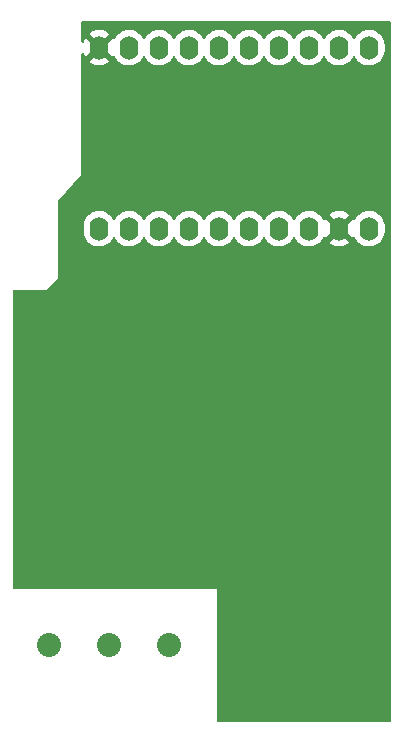
<source format=gbr>
%TF.GenerationSoftware,KiCad,Pcbnew,8.0.6*%
%TF.CreationDate,2024-12-11T20:18:49+01:00*%
%TF.ProjectId,doorbell_watcher,646f6f72-6265-46c6-9c5f-776174636865,rev?*%
%TF.SameCoordinates,Original*%
%TF.FileFunction,Copper,L2,Bot*%
%TF.FilePolarity,Positive*%
%FSLAX46Y46*%
G04 Gerber Fmt 4.6, Leading zero omitted, Abs format (unit mm)*
G04 Created by KiCad (PCBNEW 8.0.6) date 2024-12-11 20:18:49*
%MOMM*%
%LPD*%
G01*
G04 APERTURE LIST*
%TA.AperFunction,ComponentPad*%
%ADD10O,1.600000X2.000000*%
%TD*%
%TA.AperFunction,ComponentPad*%
%ADD11C,2.032000*%
%TD*%
%TA.AperFunction,ViaPad*%
%ADD12C,0.600000*%
%TD*%
G04 APERTURE END LIST*
D10*
%TO.P,J3,1,Pin_1*%
%TO.N,unconnected-(J3-Pin_1-Pad1)*%
X146620000Y-79571000D03*
%TO.P,J3,2,Pin_2*%
%TO.N,GND*%
X144080000Y-79571000D03*
%TO.P,J3,3,Pin_3*%
%TO.N,+5V*%
X141540000Y-79571000D03*
%TO.P,J3,4,Pin_4*%
%TO.N,+3V3*%
X139000000Y-79571000D03*
%TO.P,J3,5,Pin_5*%
%TO.N,/IO4*%
X136460000Y-79571000D03*
%TO.P,J3,6,Pin_6*%
%TO.N,/IO14*%
X133920000Y-79571000D03*
%TO.P,J3,7,Pin_7*%
%TO.N,unconnected-(J3-Pin_7-Pad7)*%
X131380000Y-79571000D03*
%TO.P,J3,8,Pin_8*%
%TO.N,unconnected-(J3-Pin_8-Pad8)*%
X128840000Y-79571000D03*
%TO.P,J3,9,Pin_9*%
%TO.N,unconnected-(J3-Pin_9-Pad9)*%
X126300000Y-79571000D03*
%TO.P,J3,10,Pin_10*%
%TO.N,unconnected-(J3-Pin_10-Pad10)*%
X123760000Y-79571000D03*
%TD*%
D11*
%TO.P,J1,1,Pin_1*%
%TO.N,/Vin1*%
X129680000Y-114800000D03*
%TO.P,J1,2,Pin_2*%
%TO.N,/Vin2*%
X124600000Y-114800000D03*
%TO.P,J1,3,Pin_3*%
%TO.N,/C1*%
X119520000Y-114800000D03*
%TD*%
D10*
%TO.P,J2,1,Pin_1*%
%TO.N,/IO23*%
X146620000Y-64250000D03*
%TO.P,J2,2,Pin_2*%
%TO.N,/IO19*%
X144080000Y-64250000D03*
%TO.P,J2,3,Pin_3*%
%TO.N,/IO18*%
X141540000Y-64250000D03*
%TO.P,J2,4,Pin_4*%
%TO.N,/IO5*%
X139000000Y-64250000D03*
%TO.P,J2,5,Pin_5*%
%TO.N,/IO22*%
X136460000Y-64250000D03*
%TO.P,J2,6,Pin_6*%
%TO.N,/IO21*%
X133920000Y-64250000D03*
%TO.P,J2,7,Pin_7*%
%TO.N,/IO32*%
X131380000Y-64250000D03*
%TO.P,J2,8,Pin_8*%
%TO.N,/IO33*%
X128840000Y-64250000D03*
%TO.P,J2,9,Pin_9*%
%TO.N,unconnected-(J2-Pin_9-Pad9)*%
X126300000Y-64250000D03*
%TO.P,J2,10,Pin_10*%
%TO.N,GND*%
X123760000Y-64250000D03*
%TD*%
D12*
%TO.N,GND*%
X122000000Y-99621000D03*
X142980000Y-107621000D03*
X133400000Y-106400000D03*
X134400000Y-105400000D03*
X124380000Y-99621000D03*
X123250000Y-99621000D03*
X134400000Y-104400000D03*
X126780000Y-99021000D03*
X124380000Y-97621000D03*
X122000000Y-98621000D03*
X142980000Y-108621000D03*
X122000000Y-97621000D03*
X123250000Y-97621000D03*
X134400000Y-107400000D03*
X124380000Y-98621000D03*
X133400000Y-105400000D03*
X147180000Y-107621000D03*
X125580000Y-99021000D03*
X133400000Y-104400000D03*
X134400000Y-106400000D03*
X147180000Y-106621000D03*
X147180000Y-109621000D03*
X123250000Y-98621000D03*
X147180000Y-108621000D03*
X147180000Y-110621000D03*
%TD*%
%TA.AperFunction,Conductor*%
%TO.N,GND*%
G36*
X148422539Y-61991185D02*
G01*
X148468294Y-62043989D01*
X148479500Y-62095500D01*
X148479500Y-121196500D01*
X148459815Y-121263539D01*
X148407011Y-121309294D01*
X148355500Y-121320500D01*
X133874000Y-121320500D01*
X133806961Y-121300815D01*
X133761206Y-121248011D01*
X133750000Y-121196500D01*
X133750000Y-110100000D01*
X116604500Y-110100000D01*
X116537461Y-110080315D01*
X116491706Y-110027511D01*
X116480500Y-109976000D01*
X116480500Y-84874000D01*
X116500185Y-84806961D01*
X116552989Y-84761206D01*
X116604500Y-84750000D01*
X119250000Y-84750000D01*
X120250000Y-83750000D01*
X120250000Y-79268648D01*
X122459500Y-79268648D01*
X122459500Y-79873351D01*
X122491522Y-80075534D01*
X122554781Y-80270223D01*
X122647715Y-80452613D01*
X122768028Y-80618213D01*
X122912786Y-80762971D01*
X123067749Y-80875556D01*
X123078390Y-80883287D01*
X123194607Y-80942503D01*
X123260776Y-80976218D01*
X123260778Y-80976218D01*
X123260781Y-80976220D01*
X123365137Y-81010127D01*
X123455465Y-81039477D01*
X123556557Y-81055488D01*
X123657648Y-81071500D01*
X123657649Y-81071500D01*
X123862351Y-81071500D01*
X123862352Y-81071500D01*
X124064534Y-81039477D01*
X124259219Y-80976220D01*
X124441610Y-80883287D01*
X124602614Y-80766312D01*
X124607213Y-80762971D01*
X124607215Y-80762968D01*
X124607219Y-80762966D01*
X124751966Y-80618219D01*
X124751968Y-80618215D01*
X124751971Y-80618213D01*
X124872284Y-80452614D01*
X124872285Y-80452613D01*
X124872287Y-80452610D01*
X124919516Y-80359917D01*
X124967489Y-80309123D01*
X125035310Y-80292328D01*
X125101445Y-80314865D01*
X125140485Y-80359919D01*
X125187715Y-80452614D01*
X125308028Y-80618213D01*
X125452786Y-80762971D01*
X125607749Y-80875556D01*
X125618390Y-80883287D01*
X125734607Y-80942503D01*
X125800776Y-80976218D01*
X125800778Y-80976218D01*
X125800781Y-80976220D01*
X125905137Y-81010127D01*
X125995465Y-81039477D01*
X126096557Y-81055488D01*
X126197648Y-81071500D01*
X126197649Y-81071500D01*
X126402351Y-81071500D01*
X126402352Y-81071500D01*
X126604534Y-81039477D01*
X126799219Y-80976220D01*
X126981610Y-80883287D01*
X127142614Y-80766312D01*
X127147213Y-80762971D01*
X127147215Y-80762968D01*
X127147219Y-80762966D01*
X127291966Y-80618219D01*
X127291968Y-80618215D01*
X127291971Y-80618213D01*
X127412284Y-80452614D01*
X127412285Y-80452613D01*
X127412287Y-80452610D01*
X127459516Y-80359917D01*
X127507489Y-80309123D01*
X127575310Y-80292328D01*
X127641445Y-80314865D01*
X127680485Y-80359919D01*
X127727715Y-80452614D01*
X127848028Y-80618213D01*
X127992786Y-80762971D01*
X128147749Y-80875556D01*
X128158390Y-80883287D01*
X128274607Y-80942503D01*
X128340776Y-80976218D01*
X128340778Y-80976218D01*
X128340781Y-80976220D01*
X128445137Y-81010127D01*
X128535465Y-81039477D01*
X128636557Y-81055488D01*
X128737648Y-81071500D01*
X128737649Y-81071500D01*
X128942351Y-81071500D01*
X128942352Y-81071500D01*
X129144534Y-81039477D01*
X129339219Y-80976220D01*
X129521610Y-80883287D01*
X129682614Y-80766312D01*
X129687213Y-80762971D01*
X129687215Y-80762968D01*
X129687219Y-80762966D01*
X129831966Y-80618219D01*
X129831968Y-80618215D01*
X129831971Y-80618213D01*
X129952284Y-80452614D01*
X129952285Y-80452613D01*
X129952287Y-80452610D01*
X129999516Y-80359917D01*
X130047489Y-80309123D01*
X130115310Y-80292328D01*
X130181445Y-80314865D01*
X130220485Y-80359919D01*
X130267715Y-80452614D01*
X130388028Y-80618213D01*
X130532786Y-80762971D01*
X130687749Y-80875556D01*
X130698390Y-80883287D01*
X130814607Y-80942503D01*
X130880776Y-80976218D01*
X130880778Y-80976218D01*
X130880781Y-80976220D01*
X130985137Y-81010127D01*
X131075465Y-81039477D01*
X131176557Y-81055488D01*
X131277648Y-81071500D01*
X131277649Y-81071500D01*
X131482351Y-81071500D01*
X131482352Y-81071500D01*
X131684534Y-81039477D01*
X131879219Y-80976220D01*
X132061610Y-80883287D01*
X132222614Y-80766312D01*
X132227213Y-80762971D01*
X132227215Y-80762968D01*
X132227219Y-80762966D01*
X132371966Y-80618219D01*
X132371968Y-80618215D01*
X132371971Y-80618213D01*
X132492284Y-80452614D01*
X132492285Y-80452613D01*
X132492287Y-80452610D01*
X132539516Y-80359917D01*
X132587489Y-80309123D01*
X132655310Y-80292328D01*
X132721445Y-80314865D01*
X132760485Y-80359919D01*
X132807715Y-80452614D01*
X132928028Y-80618213D01*
X133072786Y-80762971D01*
X133227749Y-80875556D01*
X133238390Y-80883287D01*
X133354607Y-80942503D01*
X133420776Y-80976218D01*
X133420778Y-80976218D01*
X133420781Y-80976220D01*
X133525137Y-81010127D01*
X133615465Y-81039477D01*
X133716557Y-81055488D01*
X133817648Y-81071500D01*
X133817649Y-81071500D01*
X134022351Y-81071500D01*
X134022352Y-81071500D01*
X134224534Y-81039477D01*
X134419219Y-80976220D01*
X134601610Y-80883287D01*
X134762614Y-80766312D01*
X134767213Y-80762971D01*
X134767215Y-80762968D01*
X134767219Y-80762966D01*
X134911966Y-80618219D01*
X134911968Y-80618215D01*
X134911971Y-80618213D01*
X135032284Y-80452614D01*
X135032285Y-80452613D01*
X135032287Y-80452610D01*
X135079516Y-80359917D01*
X135127489Y-80309123D01*
X135195310Y-80292328D01*
X135261445Y-80314865D01*
X135300485Y-80359919D01*
X135347715Y-80452614D01*
X135468028Y-80618213D01*
X135612786Y-80762971D01*
X135767749Y-80875556D01*
X135778390Y-80883287D01*
X135894607Y-80942503D01*
X135960776Y-80976218D01*
X135960778Y-80976218D01*
X135960781Y-80976220D01*
X136065137Y-81010127D01*
X136155465Y-81039477D01*
X136256557Y-81055488D01*
X136357648Y-81071500D01*
X136357649Y-81071500D01*
X136562351Y-81071500D01*
X136562352Y-81071500D01*
X136764534Y-81039477D01*
X136959219Y-80976220D01*
X137141610Y-80883287D01*
X137302614Y-80766312D01*
X137307213Y-80762971D01*
X137307215Y-80762968D01*
X137307219Y-80762966D01*
X137451966Y-80618219D01*
X137451968Y-80618215D01*
X137451971Y-80618213D01*
X137572284Y-80452614D01*
X137572285Y-80452613D01*
X137572287Y-80452610D01*
X137619516Y-80359917D01*
X137667489Y-80309123D01*
X137735310Y-80292328D01*
X137801445Y-80314865D01*
X137840485Y-80359919D01*
X137887715Y-80452614D01*
X138008028Y-80618213D01*
X138152786Y-80762971D01*
X138307749Y-80875556D01*
X138318390Y-80883287D01*
X138434607Y-80942503D01*
X138500776Y-80976218D01*
X138500778Y-80976218D01*
X138500781Y-80976220D01*
X138605137Y-81010127D01*
X138695465Y-81039477D01*
X138796557Y-81055488D01*
X138897648Y-81071500D01*
X138897649Y-81071500D01*
X139102351Y-81071500D01*
X139102352Y-81071500D01*
X139304534Y-81039477D01*
X139499219Y-80976220D01*
X139681610Y-80883287D01*
X139842614Y-80766312D01*
X139847213Y-80762971D01*
X139847215Y-80762968D01*
X139847219Y-80762966D01*
X139991966Y-80618219D01*
X139991968Y-80618215D01*
X139991971Y-80618213D01*
X140112284Y-80452614D01*
X140112285Y-80452613D01*
X140112287Y-80452610D01*
X140159516Y-80359917D01*
X140207489Y-80309123D01*
X140275310Y-80292328D01*
X140341445Y-80314865D01*
X140380485Y-80359919D01*
X140427715Y-80452614D01*
X140548028Y-80618213D01*
X140692786Y-80762971D01*
X140847749Y-80875556D01*
X140858390Y-80883287D01*
X140974607Y-80942503D01*
X141040776Y-80976218D01*
X141040778Y-80976218D01*
X141040781Y-80976220D01*
X141145137Y-81010127D01*
X141235465Y-81039477D01*
X141336557Y-81055488D01*
X141437648Y-81071500D01*
X141437649Y-81071500D01*
X141642351Y-81071500D01*
X141642352Y-81071500D01*
X141844534Y-81039477D01*
X142039219Y-80976220D01*
X142221610Y-80883287D01*
X142382614Y-80766312D01*
X142387213Y-80762971D01*
X142387215Y-80762968D01*
X142387219Y-80762966D01*
X142531966Y-80618219D01*
X142531968Y-80618215D01*
X142531971Y-80618213D01*
X142652284Y-80452614D01*
X142652285Y-80452613D01*
X142652287Y-80452610D01*
X142699795Y-80359369D01*
X142747770Y-80308574D01*
X142815591Y-80291779D01*
X142881725Y-80314316D01*
X142920765Y-80359371D01*
X142926607Y-80370838D01*
X142926608Y-80370838D01*
X143588871Y-79708575D01*
X143604755Y-79767853D01*
X143671898Y-79884147D01*
X143766853Y-79979102D01*
X143883147Y-80046245D01*
X143942424Y-80062128D01*
X143238238Y-80766312D01*
X143398650Y-80882859D01*
X143580968Y-80975755D01*
X143775582Y-81038990D01*
X143977683Y-81071000D01*
X144182317Y-81071000D01*
X144384417Y-81038990D01*
X144579031Y-80975755D01*
X144761349Y-80882859D01*
X144921759Y-80766312D01*
X144921760Y-80766312D01*
X144217575Y-80062128D01*
X144276853Y-80046245D01*
X144393147Y-79979102D01*
X144488102Y-79884147D01*
X144555245Y-79767853D01*
X144571128Y-79708575D01*
X145233390Y-80370837D01*
X145239234Y-80359370D01*
X145287208Y-80308574D01*
X145355029Y-80291778D01*
X145421164Y-80314315D01*
X145460204Y-80359369D01*
X145507715Y-80452613D01*
X145628028Y-80618213D01*
X145772786Y-80762971D01*
X145927749Y-80875556D01*
X145938390Y-80883287D01*
X146054607Y-80942503D01*
X146120776Y-80976218D01*
X146120778Y-80976218D01*
X146120781Y-80976220D01*
X146225137Y-81010127D01*
X146315465Y-81039477D01*
X146416557Y-81055488D01*
X146517648Y-81071500D01*
X146517649Y-81071500D01*
X146722351Y-81071500D01*
X146722352Y-81071500D01*
X146924534Y-81039477D01*
X147119219Y-80976220D01*
X147301610Y-80883287D01*
X147462614Y-80766312D01*
X147467213Y-80762971D01*
X147467215Y-80762968D01*
X147467219Y-80762966D01*
X147611966Y-80618219D01*
X147611968Y-80618215D01*
X147611971Y-80618213D01*
X147664732Y-80545590D01*
X147732287Y-80452610D01*
X147825220Y-80270219D01*
X147888477Y-80075534D01*
X147920500Y-79873352D01*
X147920500Y-79268648D01*
X147888477Y-79066466D01*
X147825220Y-78871781D01*
X147825218Y-78871778D01*
X147825218Y-78871776D01*
X147773951Y-78771160D01*
X147732287Y-78689390D01*
X147724556Y-78678749D01*
X147611971Y-78523786D01*
X147467213Y-78379028D01*
X147301613Y-78258715D01*
X147301612Y-78258714D01*
X147301610Y-78258713D01*
X147244653Y-78229691D01*
X147119223Y-78165781D01*
X146924534Y-78102522D01*
X146749995Y-78074878D01*
X146722352Y-78070500D01*
X146517648Y-78070500D01*
X146493329Y-78074351D01*
X146315465Y-78102522D01*
X146120776Y-78165781D01*
X145938386Y-78258715D01*
X145772786Y-78379028D01*
X145628028Y-78523786D01*
X145507713Y-78689388D01*
X145460203Y-78782631D01*
X145412229Y-78833426D01*
X145344407Y-78850221D01*
X145278273Y-78827683D01*
X145239234Y-78782629D01*
X145233390Y-78771161D01*
X144571127Y-79433423D01*
X144555245Y-79374147D01*
X144488102Y-79257853D01*
X144393147Y-79162898D01*
X144276853Y-79095755D01*
X144217575Y-79079872D01*
X144921760Y-78375687D01*
X144921759Y-78375686D01*
X144761349Y-78259140D01*
X144579031Y-78166244D01*
X144384417Y-78103009D01*
X144182317Y-78071000D01*
X143977683Y-78071000D01*
X143775582Y-78103009D01*
X143580968Y-78166244D01*
X143398647Y-78259142D01*
X143238239Y-78375684D01*
X143238238Y-78375686D01*
X143942424Y-79079871D01*
X143883147Y-79095755D01*
X143766853Y-79162898D01*
X143671898Y-79257853D01*
X143604755Y-79374147D01*
X143588871Y-79433424D01*
X142926607Y-78771160D01*
X142920765Y-78782628D01*
X142872791Y-78833424D01*
X142804970Y-78850220D01*
X142738835Y-78827683D01*
X142699795Y-78782629D01*
X142688990Y-78761424D01*
X142652287Y-78689390D01*
X142644556Y-78678749D01*
X142531971Y-78523786D01*
X142387213Y-78379028D01*
X142221613Y-78258715D01*
X142221612Y-78258714D01*
X142221610Y-78258713D01*
X142164653Y-78229691D01*
X142039223Y-78165781D01*
X141844534Y-78102522D01*
X141669995Y-78074878D01*
X141642352Y-78070500D01*
X141437648Y-78070500D01*
X141413329Y-78074351D01*
X141235465Y-78102522D01*
X141040776Y-78165781D01*
X140858386Y-78258715D01*
X140692786Y-78379028D01*
X140548028Y-78523786D01*
X140427715Y-78689386D01*
X140380485Y-78782080D01*
X140332510Y-78832876D01*
X140264689Y-78849671D01*
X140198554Y-78827134D01*
X140159515Y-78782080D01*
X140153951Y-78771160D01*
X140112287Y-78689390D01*
X140104556Y-78678749D01*
X139991971Y-78523786D01*
X139847213Y-78379028D01*
X139681613Y-78258715D01*
X139681612Y-78258714D01*
X139681610Y-78258713D01*
X139624653Y-78229691D01*
X139499223Y-78165781D01*
X139304534Y-78102522D01*
X139129995Y-78074878D01*
X139102352Y-78070500D01*
X138897648Y-78070500D01*
X138873329Y-78074351D01*
X138695465Y-78102522D01*
X138500776Y-78165781D01*
X138318386Y-78258715D01*
X138152786Y-78379028D01*
X138008028Y-78523786D01*
X137887715Y-78689386D01*
X137840485Y-78782080D01*
X137792510Y-78832876D01*
X137724689Y-78849671D01*
X137658554Y-78827134D01*
X137619515Y-78782080D01*
X137613951Y-78771160D01*
X137572287Y-78689390D01*
X137564556Y-78678749D01*
X137451971Y-78523786D01*
X137307213Y-78379028D01*
X137141613Y-78258715D01*
X137141612Y-78258714D01*
X137141610Y-78258713D01*
X137084653Y-78229691D01*
X136959223Y-78165781D01*
X136764534Y-78102522D01*
X136589995Y-78074878D01*
X136562352Y-78070500D01*
X136357648Y-78070500D01*
X136333329Y-78074351D01*
X136155465Y-78102522D01*
X135960776Y-78165781D01*
X135778386Y-78258715D01*
X135612786Y-78379028D01*
X135468028Y-78523786D01*
X135347715Y-78689386D01*
X135300485Y-78782080D01*
X135252510Y-78832876D01*
X135184689Y-78849671D01*
X135118554Y-78827134D01*
X135079515Y-78782080D01*
X135073951Y-78771160D01*
X135032287Y-78689390D01*
X135024556Y-78678749D01*
X134911971Y-78523786D01*
X134767213Y-78379028D01*
X134601613Y-78258715D01*
X134601612Y-78258714D01*
X134601610Y-78258713D01*
X134544653Y-78229691D01*
X134419223Y-78165781D01*
X134224534Y-78102522D01*
X134049995Y-78074878D01*
X134022352Y-78070500D01*
X133817648Y-78070500D01*
X133793329Y-78074351D01*
X133615465Y-78102522D01*
X133420776Y-78165781D01*
X133238386Y-78258715D01*
X133072786Y-78379028D01*
X132928028Y-78523786D01*
X132807715Y-78689386D01*
X132760485Y-78782080D01*
X132712510Y-78832876D01*
X132644689Y-78849671D01*
X132578554Y-78827134D01*
X132539515Y-78782080D01*
X132533951Y-78771160D01*
X132492287Y-78689390D01*
X132484556Y-78678749D01*
X132371971Y-78523786D01*
X132227213Y-78379028D01*
X132061613Y-78258715D01*
X132061612Y-78258714D01*
X132061610Y-78258713D01*
X132004653Y-78229691D01*
X131879223Y-78165781D01*
X131684534Y-78102522D01*
X131509995Y-78074878D01*
X131482352Y-78070500D01*
X131277648Y-78070500D01*
X131253329Y-78074351D01*
X131075465Y-78102522D01*
X130880776Y-78165781D01*
X130698386Y-78258715D01*
X130532786Y-78379028D01*
X130388028Y-78523786D01*
X130267715Y-78689386D01*
X130220485Y-78782080D01*
X130172510Y-78832876D01*
X130104689Y-78849671D01*
X130038554Y-78827134D01*
X129999515Y-78782080D01*
X129993951Y-78771160D01*
X129952287Y-78689390D01*
X129944556Y-78678749D01*
X129831971Y-78523786D01*
X129687213Y-78379028D01*
X129521613Y-78258715D01*
X129521612Y-78258714D01*
X129521610Y-78258713D01*
X129464653Y-78229691D01*
X129339223Y-78165781D01*
X129144534Y-78102522D01*
X128969995Y-78074878D01*
X128942352Y-78070500D01*
X128737648Y-78070500D01*
X128713329Y-78074351D01*
X128535465Y-78102522D01*
X128340776Y-78165781D01*
X128158386Y-78258715D01*
X127992786Y-78379028D01*
X127848028Y-78523786D01*
X127727715Y-78689386D01*
X127680485Y-78782080D01*
X127632510Y-78832876D01*
X127564689Y-78849671D01*
X127498554Y-78827134D01*
X127459515Y-78782080D01*
X127453951Y-78771160D01*
X127412287Y-78689390D01*
X127404556Y-78678749D01*
X127291971Y-78523786D01*
X127147213Y-78379028D01*
X126981613Y-78258715D01*
X126981612Y-78258714D01*
X126981610Y-78258713D01*
X126924653Y-78229691D01*
X126799223Y-78165781D01*
X126604534Y-78102522D01*
X126429995Y-78074878D01*
X126402352Y-78070500D01*
X126197648Y-78070500D01*
X126173329Y-78074351D01*
X125995465Y-78102522D01*
X125800776Y-78165781D01*
X125618386Y-78258715D01*
X125452786Y-78379028D01*
X125308028Y-78523786D01*
X125187715Y-78689386D01*
X125140485Y-78782080D01*
X125092510Y-78832876D01*
X125024689Y-78849671D01*
X124958554Y-78827134D01*
X124919515Y-78782080D01*
X124913951Y-78771160D01*
X124872287Y-78689390D01*
X124864556Y-78678749D01*
X124751971Y-78523786D01*
X124607213Y-78379028D01*
X124441613Y-78258715D01*
X124441612Y-78258714D01*
X124441610Y-78258713D01*
X124384653Y-78229691D01*
X124259223Y-78165781D01*
X124064534Y-78102522D01*
X123889995Y-78074878D01*
X123862352Y-78070500D01*
X123657648Y-78070500D01*
X123633329Y-78074351D01*
X123455465Y-78102522D01*
X123260776Y-78165781D01*
X123078386Y-78258715D01*
X122912786Y-78379028D01*
X122768028Y-78523786D01*
X122647715Y-78689386D01*
X122554781Y-78871776D01*
X122491522Y-79066465D01*
X122459500Y-79268648D01*
X120250000Y-79268648D01*
X120250000Y-77297144D01*
X120269685Y-77230105D01*
X120281316Y-77214768D01*
X122250000Y-75000000D01*
X122250000Y-64792493D01*
X122269685Y-64725454D01*
X122322489Y-64679699D01*
X122391647Y-64669755D01*
X122455203Y-64698780D01*
X122491931Y-64754174D01*
X122555243Y-64949027D01*
X122555246Y-64949034D01*
X122606607Y-65049838D01*
X122606608Y-65049838D01*
X123268871Y-64387575D01*
X123284755Y-64446853D01*
X123351898Y-64563147D01*
X123446853Y-64658102D01*
X123563147Y-64725245D01*
X123622424Y-64741128D01*
X122918238Y-65445312D01*
X123078650Y-65561859D01*
X123260968Y-65654755D01*
X123455582Y-65717990D01*
X123657683Y-65750000D01*
X123862317Y-65750000D01*
X124064417Y-65717990D01*
X124259031Y-65654755D01*
X124441349Y-65561859D01*
X124601759Y-65445312D01*
X124601760Y-65445312D01*
X123897575Y-64741128D01*
X123956853Y-64725245D01*
X124073147Y-64658102D01*
X124168102Y-64563147D01*
X124235245Y-64446853D01*
X124251128Y-64387575D01*
X124913390Y-65049837D01*
X124919234Y-65038370D01*
X124967208Y-64987574D01*
X125035029Y-64970778D01*
X125101164Y-64993315D01*
X125140204Y-65038369D01*
X125187715Y-65131613D01*
X125308028Y-65297213D01*
X125452786Y-65441971D01*
X125607749Y-65554556D01*
X125618390Y-65562287D01*
X125734607Y-65621503D01*
X125800776Y-65655218D01*
X125800778Y-65655218D01*
X125800781Y-65655220D01*
X125905137Y-65689127D01*
X125995465Y-65718477D01*
X126096557Y-65734488D01*
X126197648Y-65750500D01*
X126197649Y-65750500D01*
X126402351Y-65750500D01*
X126402352Y-65750500D01*
X126604534Y-65718477D01*
X126799219Y-65655220D01*
X126981610Y-65562287D01*
X127142614Y-65445312D01*
X127147213Y-65441971D01*
X127147215Y-65441968D01*
X127147219Y-65441966D01*
X127291966Y-65297219D01*
X127291968Y-65297215D01*
X127291971Y-65297213D01*
X127412284Y-65131614D01*
X127412285Y-65131613D01*
X127412287Y-65131610D01*
X127459516Y-65038917D01*
X127507489Y-64988123D01*
X127575310Y-64971328D01*
X127641445Y-64993865D01*
X127680485Y-65038919D01*
X127727715Y-65131614D01*
X127848028Y-65297213D01*
X127992786Y-65441971D01*
X128147749Y-65554556D01*
X128158390Y-65562287D01*
X128274607Y-65621503D01*
X128340776Y-65655218D01*
X128340778Y-65655218D01*
X128340781Y-65655220D01*
X128445137Y-65689127D01*
X128535465Y-65718477D01*
X128636557Y-65734488D01*
X128737648Y-65750500D01*
X128737649Y-65750500D01*
X128942351Y-65750500D01*
X128942352Y-65750500D01*
X129144534Y-65718477D01*
X129339219Y-65655220D01*
X129521610Y-65562287D01*
X129682614Y-65445312D01*
X129687213Y-65441971D01*
X129687215Y-65441968D01*
X129687219Y-65441966D01*
X129831966Y-65297219D01*
X129831968Y-65297215D01*
X129831971Y-65297213D01*
X129952284Y-65131614D01*
X129952285Y-65131613D01*
X129952287Y-65131610D01*
X129999516Y-65038917D01*
X130047489Y-64988123D01*
X130115310Y-64971328D01*
X130181445Y-64993865D01*
X130220485Y-65038919D01*
X130267715Y-65131614D01*
X130388028Y-65297213D01*
X130532786Y-65441971D01*
X130687749Y-65554556D01*
X130698390Y-65562287D01*
X130814607Y-65621503D01*
X130880776Y-65655218D01*
X130880778Y-65655218D01*
X130880781Y-65655220D01*
X130985137Y-65689127D01*
X131075465Y-65718477D01*
X131176557Y-65734488D01*
X131277648Y-65750500D01*
X131277649Y-65750500D01*
X131482351Y-65750500D01*
X131482352Y-65750500D01*
X131684534Y-65718477D01*
X131879219Y-65655220D01*
X132061610Y-65562287D01*
X132222614Y-65445312D01*
X132227213Y-65441971D01*
X132227215Y-65441968D01*
X132227219Y-65441966D01*
X132371966Y-65297219D01*
X132371968Y-65297215D01*
X132371971Y-65297213D01*
X132492284Y-65131614D01*
X132492285Y-65131613D01*
X132492287Y-65131610D01*
X132539516Y-65038917D01*
X132587489Y-64988123D01*
X132655310Y-64971328D01*
X132721445Y-64993865D01*
X132760485Y-65038919D01*
X132807715Y-65131614D01*
X132928028Y-65297213D01*
X133072786Y-65441971D01*
X133227749Y-65554556D01*
X133238390Y-65562287D01*
X133354607Y-65621503D01*
X133420776Y-65655218D01*
X133420778Y-65655218D01*
X133420781Y-65655220D01*
X133525137Y-65689127D01*
X133615465Y-65718477D01*
X133716557Y-65734488D01*
X133817648Y-65750500D01*
X133817649Y-65750500D01*
X134022351Y-65750500D01*
X134022352Y-65750500D01*
X134224534Y-65718477D01*
X134419219Y-65655220D01*
X134601610Y-65562287D01*
X134762614Y-65445312D01*
X134767213Y-65441971D01*
X134767215Y-65441968D01*
X134767219Y-65441966D01*
X134911966Y-65297219D01*
X134911968Y-65297215D01*
X134911971Y-65297213D01*
X135032284Y-65131614D01*
X135032285Y-65131613D01*
X135032287Y-65131610D01*
X135079516Y-65038917D01*
X135127489Y-64988123D01*
X135195310Y-64971328D01*
X135261445Y-64993865D01*
X135300485Y-65038919D01*
X135347715Y-65131614D01*
X135468028Y-65297213D01*
X135612786Y-65441971D01*
X135767749Y-65554556D01*
X135778390Y-65562287D01*
X135894607Y-65621503D01*
X135960776Y-65655218D01*
X135960778Y-65655218D01*
X135960781Y-65655220D01*
X136065137Y-65689127D01*
X136155465Y-65718477D01*
X136256557Y-65734488D01*
X136357648Y-65750500D01*
X136357649Y-65750500D01*
X136562351Y-65750500D01*
X136562352Y-65750500D01*
X136764534Y-65718477D01*
X136959219Y-65655220D01*
X137141610Y-65562287D01*
X137302614Y-65445312D01*
X137307213Y-65441971D01*
X137307215Y-65441968D01*
X137307219Y-65441966D01*
X137451966Y-65297219D01*
X137451968Y-65297215D01*
X137451971Y-65297213D01*
X137572284Y-65131614D01*
X137572285Y-65131613D01*
X137572287Y-65131610D01*
X137619516Y-65038917D01*
X137667489Y-64988123D01*
X137735310Y-64971328D01*
X137801445Y-64993865D01*
X137840485Y-65038919D01*
X137887715Y-65131614D01*
X138008028Y-65297213D01*
X138152786Y-65441971D01*
X138307749Y-65554556D01*
X138318390Y-65562287D01*
X138434607Y-65621503D01*
X138500776Y-65655218D01*
X138500778Y-65655218D01*
X138500781Y-65655220D01*
X138605137Y-65689127D01*
X138695465Y-65718477D01*
X138796557Y-65734488D01*
X138897648Y-65750500D01*
X138897649Y-65750500D01*
X139102351Y-65750500D01*
X139102352Y-65750500D01*
X139304534Y-65718477D01*
X139499219Y-65655220D01*
X139681610Y-65562287D01*
X139842614Y-65445312D01*
X139847213Y-65441971D01*
X139847215Y-65441968D01*
X139847219Y-65441966D01*
X139991966Y-65297219D01*
X139991968Y-65297215D01*
X139991971Y-65297213D01*
X140112284Y-65131614D01*
X140112285Y-65131613D01*
X140112287Y-65131610D01*
X140159516Y-65038917D01*
X140207489Y-64988123D01*
X140275310Y-64971328D01*
X140341445Y-64993865D01*
X140380485Y-65038919D01*
X140427715Y-65131614D01*
X140548028Y-65297213D01*
X140692786Y-65441971D01*
X140847749Y-65554556D01*
X140858390Y-65562287D01*
X140974607Y-65621503D01*
X141040776Y-65655218D01*
X141040778Y-65655218D01*
X141040781Y-65655220D01*
X141145137Y-65689127D01*
X141235465Y-65718477D01*
X141336557Y-65734488D01*
X141437648Y-65750500D01*
X141437649Y-65750500D01*
X141642351Y-65750500D01*
X141642352Y-65750500D01*
X141844534Y-65718477D01*
X142039219Y-65655220D01*
X142221610Y-65562287D01*
X142382614Y-65445312D01*
X142387213Y-65441971D01*
X142387215Y-65441968D01*
X142387219Y-65441966D01*
X142531966Y-65297219D01*
X142531968Y-65297215D01*
X142531971Y-65297213D01*
X142652284Y-65131614D01*
X142652285Y-65131613D01*
X142652287Y-65131610D01*
X142699516Y-65038917D01*
X142747489Y-64988123D01*
X142815310Y-64971328D01*
X142881445Y-64993865D01*
X142920485Y-65038919D01*
X142967715Y-65131614D01*
X143088028Y-65297213D01*
X143232786Y-65441971D01*
X143387749Y-65554556D01*
X143398390Y-65562287D01*
X143514607Y-65621503D01*
X143580776Y-65655218D01*
X143580778Y-65655218D01*
X143580781Y-65655220D01*
X143685137Y-65689127D01*
X143775465Y-65718477D01*
X143876557Y-65734488D01*
X143977648Y-65750500D01*
X143977649Y-65750500D01*
X144182351Y-65750500D01*
X144182352Y-65750500D01*
X144384534Y-65718477D01*
X144579219Y-65655220D01*
X144761610Y-65562287D01*
X144922614Y-65445312D01*
X144927213Y-65441971D01*
X144927215Y-65441968D01*
X144927219Y-65441966D01*
X145071966Y-65297219D01*
X145071968Y-65297215D01*
X145071971Y-65297213D01*
X145192284Y-65131614D01*
X145192285Y-65131613D01*
X145192287Y-65131610D01*
X145239516Y-65038917D01*
X145287489Y-64988123D01*
X145355310Y-64971328D01*
X145421445Y-64993865D01*
X145460485Y-65038919D01*
X145507715Y-65131614D01*
X145628028Y-65297213D01*
X145772786Y-65441971D01*
X145927749Y-65554556D01*
X145938390Y-65562287D01*
X146054607Y-65621503D01*
X146120776Y-65655218D01*
X146120778Y-65655218D01*
X146120781Y-65655220D01*
X146225137Y-65689127D01*
X146315465Y-65718477D01*
X146416557Y-65734488D01*
X146517648Y-65750500D01*
X146517649Y-65750500D01*
X146722351Y-65750500D01*
X146722352Y-65750500D01*
X146924534Y-65718477D01*
X147119219Y-65655220D01*
X147301610Y-65562287D01*
X147462614Y-65445312D01*
X147467213Y-65441971D01*
X147467215Y-65441968D01*
X147467219Y-65441966D01*
X147611966Y-65297219D01*
X147611968Y-65297215D01*
X147611971Y-65297213D01*
X147664732Y-65224590D01*
X147732287Y-65131610D01*
X147825220Y-64949219D01*
X147888477Y-64754534D01*
X147920500Y-64552352D01*
X147920500Y-63947648D01*
X147901977Y-63830698D01*
X147888477Y-63745465D01*
X147859127Y-63655137D01*
X147825220Y-63550781D01*
X147825218Y-63550778D01*
X147825218Y-63550776D01*
X147773951Y-63450160D01*
X147732287Y-63368390D01*
X147724556Y-63357749D01*
X147611971Y-63202786D01*
X147467213Y-63058028D01*
X147301613Y-62937715D01*
X147301612Y-62937714D01*
X147301610Y-62937713D01*
X147244653Y-62908691D01*
X147119223Y-62844781D01*
X146924534Y-62781522D01*
X146749995Y-62753878D01*
X146722352Y-62749500D01*
X146517648Y-62749500D01*
X146493329Y-62753351D01*
X146315465Y-62781522D01*
X146120776Y-62844781D01*
X145938386Y-62937715D01*
X145772786Y-63058028D01*
X145628028Y-63202786D01*
X145507715Y-63368386D01*
X145460485Y-63461080D01*
X145412510Y-63511876D01*
X145344689Y-63528671D01*
X145278554Y-63506134D01*
X145239515Y-63461080D01*
X145233951Y-63450160D01*
X145192287Y-63368390D01*
X145184556Y-63357749D01*
X145071971Y-63202786D01*
X144927213Y-63058028D01*
X144761613Y-62937715D01*
X144761612Y-62937714D01*
X144761610Y-62937713D01*
X144704653Y-62908691D01*
X144579223Y-62844781D01*
X144384534Y-62781522D01*
X144209995Y-62753878D01*
X144182352Y-62749500D01*
X143977648Y-62749500D01*
X143953329Y-62753351D01*
X143775465Y-62781522D01*
X143580776Y-62844781D01*
X143398386Y-62937715D01*
X143232786Y-63058028D01*
X143088028Y-63202786D01*
X142967715Y-63368386D01*
X142920485Y-63461080D01*
X142872510Y-63511876D01*
X142804689Y-63528671D01*
X142738554Y-63506134D01*
X142699515Y-63461080D01*
X142693951Y-63450160D01*
X142652287Y-63368390D01*
X142644556Y-63357749D01*
X142531971Y-63202786D01*
X142387213Y-63058028D01*
X142221613Y-62937715D01*
X142221612Y-62937714D01*
X142221610Y-62937713D01*
X142164653Y-62908691D01*
X142039223Y-62844781D01*
X141844534Y-62781522D01*
X141669995Y-62753878D01*
X141642352Y-62749500D01*
X141437648Y-62749500D01*
X141413329Y-62753351D01*
X141235465Y-62781522D01*
X141040776Y-62844781D01*
X140858386Y-62937715D01*
X140692786Y-63058028D01*
X140548028Y-63202786D01*
X140427715Y-63368386D01*
X140380485Y-63461080D01*
X140332510Y-63511876D01*
X140264689Y-63528671D01*
X140198554Y-63506134D01*
X140159515Y-63461080D01*
X140153951Y-63450160D01*
X140112287Y-63368390D01*
X140104556Y-63357749D01*
X139991971Y-63202786D01*
X139847213Y-63058028D01*
X139681613Y-62937715D01*
X139681612Y-62937714D01*
X139681610Y-62937713D01*
X139624653Y-62908691D01*
X139499223Y-62844781D01*
X139304534Y-62781522D01*
X139129995Y-62753878D01*
X139102352Y-62749500D01*
X138897648Y-62749500D01*
X138873329Y-62753351D01*
X138695465Y-62781522D01*
X138500776Y-62844781D01*
X138318386Y-62937715D01*
X138152786Y-63058028D01*
X138008028Y-63202786D01*
X137887715Y-63368386D01*
X137840485Y-63461080D01*
X137792510Y-63511876D01*
X137724689Y-63528671D01*
X137658554Y-63506134D01*
X137619515Y-63461080D01*
X137613951Y-63450160D01*
X137572287Y-63368390D01*
X137564556Y-63357749D01*
X137451971Y-63202786D01*
X137307213Y-63058028D01*
X137141613Y-62937715D01*
X137141612Y-62937714D01*
X137141610Y-62937713D01*
X137084653Y-62908691D01*
X136959223Y-62844781D01*
X136764534Y-62781522D01*
X136589995Y-62753878D01*
X136562352Y-62749500D01*
X136357648Y-62749500D01*
X136333329Y-62753351D01*
X136155465Y-62781522D01*
X135960776Y-62844781D01*
X135778386Y-62937715D01*
X135612786Y-63058028D01*
X135468028Y-63202786D01*
X135347715Y-63368386D01*
X135300485Y-63461080D01*
X135252510Y-63511876D01*
X135184689Y-63528671D01*
X135118554Y-63506134D01*
X135079515Y-63461080D01*
X135073951Y-63450160D01*
X135032287Y-63368390D01*
X135024556Y-63357749D01*
X134911971Y-63202786D01*
X134767213Y-63058028D01*
X134601613Y-62937715D01*
X134601612Y-62937714D01*
X134601610Y-62937713D01*
X134544653Y-62908691D01*
X134419223Y-62844781D01*
X134224534Y-62781522D01*
X134049995Y-62753878D01*
X134022352Y-62749500D01*
X133817648Y-62749500D01*
X133793329Y-62753351D01*
X133615465Y-62781522D01*
X133420776Y-62844781D01*
X133238386Y-62937715D01*
X133072786Y-63058028D01*
X132928028Y-63202786D01*
X132807715Y-63368386D01*
X132760485Y-63461080D01*
X132712510Y-63511876D01*
X132644689Y-63528671D01*
X132578554Y-63506134D01*
X132539515Y-63461080D01*
X132533951Y-63450160D01*
X132492287Y-63368390D01*
X132484556Y-63357749D01*
X132371971Y-63202786D01*
X132227213Y-63058028D01*
X132061613Y-62937715D01*
X132061612Y-62937714D01*
X132061610Y-62937713D01*
X132004653Y-62908691D01*
X131879223Y-62844781D01*
X131684534Y-62781522D01*
X131509995Y-62753878D01*
X131482352Y-62749500D01*
X131277648Y-62749500D01*
X131253329Y-62753351D01*
X131075465Y-62781522D01*
X130880776Y-62844781D01*
X130698386Y-62937715D01*
X130532786Y-63058028D01*
X130388028Y-63202786D01*
X130267715Y-63368386D01*
X130220485Y-63461080D01*
X130172510Y-63511876D01*
X130104689Y-63528671D01*
X130038554Y-63506134D01*
X129999515Y-63461080D01*
X129993951Y-63450160D01*
X129952287Y-63368390D01*
X129944556Y-63357749D01*
X129831971Y-63202786D01*
X129687213Y-63058028D01*
X129521613Y-62937715D01*
X129521612Y-62937714D01*
X129521610Y-62937713D01*
X129464653Y-62908691D01*
X129339223Y-62844781D01*
X129144534Y-62781522D01*
X128969995Y-62753878D01*
X128942352Y-62749500D01*
X128737648Y-62749500D01*
X128713329Y-62753351D01*
X128535465Y-62781522D01*
X128340776Y-62844781D01*
X128158386Y-62937715D01*
X127992786Y-63058028D01*
X127848028Y-63202786D01*
X127727715Y-63368386D01*
X127680485Y-63461080D01*
X127632510Y-63511876D01*
X127564689Y-63528671D01*
X127498554Y-63506134D01*
X127459515Y-63461080D01*
X127453951Y-63450160D01*
X127412287Y-63368390D01*
X127404556Y-63357749D01*
X127291971Y-63202786D01*
X127147213Y-63058028D01*
X126981613Y-62937715D01*
X126981612Y-62937714D01*
X126981610Y-62937713D01*
X126924653Y-62908691D01*
X126799223Y-62844781D01*
X126604534Y-62781522D01*
X126429995Y-62753878D01*
X126402352Y-62749500D01*
X126197648Y-62749500D01*
X126173329Y-62753351D01*
X125995465Y-62781522D01*
X125800776Y-62844781D01*
X125618386Y-62937715D01*
X125452786Y-63058028D01*
X125308028Y-63202786D01*
X125187713Y-63368388D01*
X125140203Y-63461631D01*
X125092229Y-63512426D01*
X125024407Y-63529221D01*
X124958273Y-63506683D01*
X124919234Y-63461629D01*
X124913390Y-63450161D01*
X124251127Y-64112423D01*
X124235245Y-64053147D01*
X124168102Y-63936853D01*
X124073147Y-63841898D01*
X123956853Y-63774755D01*
X123897575Y-63758872D01*
X124601760Y-63054687D01*
X124601759Y-63054686D01*
X124441349Y-62938140D01*
X124259031Y-62845244D01*
X124064417Y-62782009D01*
X123862317Y-62750000D01*
X123657683Y-62750000D01*
X123455582Y-62782009D01*
X123260968Y-62845244D01*
X123078647Y-62938142D01*
X122918239Y-63054684D01*
X122918238Y-63054686D01*
X123622424Y-63758871D01*
X123563147Y-63774755D01*
X123446853Y-63841898D01*
X123351898Y-63936853D01*
X123284755Y-64053147D01*
X123268871Y-64112424D01*
X122606607Y-63450160D01*
X122555242Y-63550973D01*
X122555242Y-63550974D01*
X122491931Y-63745824D01*
X122452493Y-63803500D01*
X122388135Y-63830698D01*
X122319288Y-63818783D01*
X122267813Y-63771539D01*
X122250000Y-63707506D01*
X122250000Y-62095500D01*
X122269685Y-62028461D01*
X122322489Y-61982706D01*
X122374000Y-61971500D01*
X148355500Y-61971500D01*
X148422539Y-61991185D01*
G37*
%TD.AperFunction*%
%TD*%
M02*

</source>
